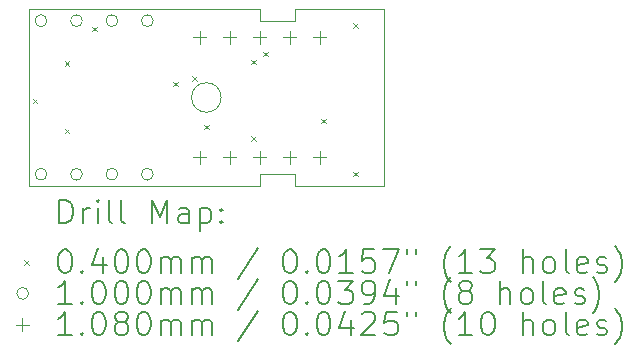
<source format=gbr>
%TF.GenerationSoftware,KiCad,Pcbnew,7.0.9*%
%TF.CreationDate,2024-03-13T00:39:05-05:00*%
%TF.ProjectId,DISPLAY,44495350-4c41-4592-9e6b-696361645f70,rev?*%
%TF.SameCoordinates,Original*%
%TF.FileFunction,Drillmap*%
%TF.FilePolarity,Positive*%
%FSLAX45Y45*%
G04 Gerber Fmt 4.5, Leading zero omitted, Abs format (unit mm)*
G04 Created by KiCad (PCBNEW 7.0.9) date 2024-03-13 00:39:05*
%MOMM*%
%LPD*%
G01*
G04 APERTURE LIST*
%ADD10C,0.100000*%
%ADD11C,0.200000*%
%ADD12C,0.108000*%
G04 APERTURE END LIST*
D10*
X15950000Y-8100000D02*
X16250000Y-8100000D01*
X16250000Y-8000000D01*
X17000000Y-8000000D01*
X17000000Y-9500000D01*
X16250000Y-9500000D01*
X16250000Y-9400000D01*
X15950000Y-9400000D01*
X15950000Y-9500000D01*
X14000000Y-9500000D01*
X14000000Y-8000000D01*
X15950000Y-8000000D01*
X15950000Y-8100000D01*
X15625000Y-8750000D02*
G75*
G03*
X15625000Y-8750000I-125000J0D01*
G01*
D11*
D10*
X14030000Y-8760000D02*
X14070000Y-8800000D01*
X14070000Y-8760000D02*
X14030000Y-8800000D01*
X14300000Y-8445000D02*
X14340000Y-8485000D01*
X14340000Y-8445000D02*
X14300000Y-8485000D01*
X14300000Y-9015000D02*
X14340000Y-9055000D01*
X14340000Y-9015000D02*
X14300000Y-9055000D01*
X14530000Y-8150000D02*
X14570000Y-8190000D01*
X14570000Y-8150000D02*
X14530000Y-8190000D01*
X15220000Y-8616000D02*
X15260000Y-8656000D01*
X15260000Y-8616000D02*
X15220000Y-8656000D01*
X15380000Y-8570000D02*
X15420000Y-8610000D01*
X15420000Y-8570000D02*
X15380000Y-8610000D01*
X15480000Y-8980000D02*
X15520000Y-9020000D01*
X15520000Y-8980000D02*
X15480000Y-9020000D01*
X15880000Y-8430000D02*
X15920000Y-8470000D01*
X15920000Y-8430000D02*
X15880000Y-8470000D01*
X15880000Y-9080000D02*
X15920000Y-9120000D01*
X15920000Y-9080000D02*
X15880000Y-9120000D01*
X15980000Y-8362000D02*
X16020000Y-8402000D01*
X16020000Y-8362000D02*
X15980000Y-8402000D01*
X16470000Y-8930000D02*
X16510000Y-8970000D01*
X16510000Y-8930000D02*
X16470000Y-8970000D01*
X16744000Y-8120000D02*
X16784000Y-8160000D01*
X16784000Y-8120000D02*
X16744000Y-8160000D01*
X16744000Y-9378000D02*
X16784000Y-9418000D01*
X16784000Y-9378000D02*
X16744000Y-9418000D01*
X14150000Y-8100000D02*
G75*
G03*
X14150000Y-8100000I-50000J0D01*
G01*
X14150000Y-9400000D02*
G75*
G03*
X14150000Y-9400000I-50000J0D01*
G01*
X14450000Y-8100000D02*
G75*
G03*
X14450000Y-8100000I-50000J0D01*
G01*
X14450000Y-9400000D02*
G75*
G03*
X14450000Y-9400000I-50000J0D01*
G01*
X14750000Y-8100000D02*
G75*
G03*
X14750000Y-8100000I-50000J0D01*
G01*
X14750000Y-9400000D02*
G75*
G03*
X14750000Y-9400000I-50000J0D01*
G01*
X15050000Y-8100000D02*
G75*
G03*
X15050000Y-8100000I-50000J0D01*
G01*
X15050000Y-9400000D02*
G75*
G03*
X15050000Y-9400000I-50000J0D01*
G01*
D12*
X15442000Y-8188000D02*
X15442000Y-8296000D01*
X15388000Y-8242000D02*
X15496000Y-8242000D01*
X15442000Y-9204000D02*
X15442000Y-9312000D01*
X15388000Y-9258000D02*
X15496000Y-9258000D01*
X15696000Y-8188000D02*
X15696000Y-8296000D01*
X15642000Y-8242000D02*
X15750000Y-8242000D01*
X15696000Y-9204000D02*
X15696000Y-9312000D01*
X15642000Y-9258000D02*
X15750000Y-9258000D01*
X15950000Y-8188000D02*
X15950000Y-8296000D01*
X15896000Y-8242000D02*
X16004000Y-8242000D01*
X15950000Y-9204000D02*
X15950000Y-9312000D01*
X15896000Y-9258000D02*
X16004000Y-9258000D01*
X16204000Y-8188000D02*
X16204000Y-8296000D01*
X16150000Y-8242000D02*
X16258000Y-8242000D01*
X16204000Y-9204000D02*
X16204000Y-9312000D01*
X16150000Y-9258000D02*
X16258000Y-9258000D01*
X16458000Y-8188000D02*
X16458000Y-8296000D01*
X16404000Y-8242000D02*
X16512000Y-8242000D01*
X16458000Y-9204000D02*
X16458000Y-9312000D01*
X16404000Y-9258000D02*
X16512000Y-9258000D01*
D11*
X14255777Y-9816484D02*
X14255777Y-9616484D01*
X14255777Y-9616484D02*
X14303396Y-9616484D01*
X14303396Y-9616484D02*
X14331967Y-9626008D01*
X14331967Y-9626008D02*
X14351015Y-9645055D01*
X14351015Y-9645055D02*
X14360539Y-9664103D01*
X14360539Y-9664103D02*
X14370062Y-9702198D01*
X14370062Y-9702198D02*
X14370062Y-9730770D01*
X14370062Y-9730770D02*
X14360539Y-9768865D01*
X14360539Y-9768865D02*
X14351015Y-9787912D01*
X14351015Y-9787912D02*
X14331967Y-9806960D01*
X14331967Y-9806960D02*
X14303396Y-9816484D01*
X14303396Y-9816484D02*
X14255777Y-9816484D01*
X14455777Y-9816484D02*
X14455777Y-9683150D01*
X14455777Y-9721246D02*
X14465301Y-9702198D01*
X14465301Y-9702198D02*
X14474824Y-9692674D01*
X14474824Y-9692674D02*
X14493872Y-9683150D01*
X14493872Y-9683150D02*
X14512920Y-9683150D01*
X14579586Y-9816484D02*
X14579586Y-9683150D01*
X14579586Y-9616484D02*
X14570062Y-9626008D01*
X14570062Y-9626008D02*
X14579586Y-9635531D01*
X14579586Y-9635531D02*
X14589110Y-9626008D01*
X14589110Y-9626008D02*
X14579586Y-9616484D01*
X14579586Y-9616484D02*
X14579586Y-9635531D01*
X14703396Y-9816484D02*
X14684348Y-9806960D01*
X14684348Y-9806960D02*
X14674824Y-9787912D01*
X14674824Y-9787912D02*
X14674824Y-9616484D01*
X14808158Y-9816484D02*
X14789110Y-9806960D01*
X14789110Y-9806960D02*
X14779586Y-9787912D01*
X14779586Y-9787912D02*
X14779586Y-9616484D01*
X15036729Y-9816484D02*
X15036729Y-9616484D01*
X15036729Y-9616484D02*
X15103396Y-9759341D01*
X15103396Y-9759341D02*
X15170062Y-9616484D01*
X15170062Y-9616484D02*
X15170062Y-9816484D01*
X15351015Y-9816484D02*
X15351015Y-9711722D01*
X15351015Y-9711722D02*
X15341491Y-9692674D01*
X15341491Y-9692674D02*
X15322443Y-9683150D01*
X15322443Y-9683150D02*
X15284348Y-9683150D01*
X15284348Y-9683150D02*
X15265301Y-9692674D01*
X15351015Y-9806960D02*
X15331967Y-9816484D01*
X15331967Y-9816484D02*
X15284348Y-9816484D01*
X15284348Y-9816484D02*
X15265301Y-9806960D01*
X15265301Y-9806960D02*
X15255777Y-9787912D01*
X15255777Y-9787912D02*
X15255777Y-9768865D01*
X15255777Y-9768865D02*
X15265301Y-9749817D01*
X15265301Y-9749817D02*
X15284348Y-9740293D01*
X15284348Y-9740293D02*
X15331967Y-9740293D01*
X15331967Y-9740293D02*
X15351015Y-9730770D01*
X15446253Y-9683150D02*
X15446253Y-9883150D01*
X15446253Y-9692674D02*
X15465301Y-9683150D01*
X15465301Y-9683150D02*
X15503396Y-9683150D01*
X15503396Y-9683150D02*
X15522443Y-9692674D01*
X15522443Y-9692674D02*
X15531967Y-9702198D01*
X15531967Y-9702198D02*
X15541491Y-9721246D01*
X15541491Y-9721246D02*
X15541491Y-9778389D01*
X15541491Y-9778389D02*
X15531967Y-9797436D01*
X15531967Y-9797436D02*
X15522443Y-9806960D01*
X15522443Y-9806960D02*
X15503396Y-9816484D01*
X15503396Y-9816484D02*
X15465301Y-9816484D01*
X15465301Y-9816484D02*
X15446253Y-9806960D01*
X15627205Y-9797436D02*
X15636729Y-9806960D01*
X15636729Y-9806960D02*
X15627205Y-9816484D01*
X15627205Y-9816484D02*
X15617682Y-9806960D01*
X15617682Y-9806960D02*
X15627205Y-9797436D01*
X15627205Y-9797436D02*
X15627205Y-9816484D01*
X15627205Y-9692674D02*
X15636729Y-9702198D01*
X15636729Y-9702198D02*
X15627205Y-9711722D01*
X15627205Y-9711722D02*
X15617682Y-9702198D01*
X15617682Y-9702198D02*
X15627205Y-9692674D01*
X15627205Y-9692674D02*
X15627205Y-9711722D01*
D10*
X13955000Y-10125000D02*
X13995000Y-10165000D01*
X13995000Y-10125000D02*
X13955000Y-10165000D01*
D11*
X14293872Y-10036484D02*
X14312920Y-10036484D01*
X14312920Y-10036484D02*
X14331967Y-10046008D01*
X14331967Y-10046008D02*
X14341491Y-10055531D01*
X14341491Y-10055531D02*
X14351015Y-10074579D01*
X14351015Y-10074579D02*
X14360539Y-10112674D01*
X14360539Y-10112674D02*
X14360539Y-10160293D01*
X14360539Y-10160293D02*
X14351015Y-10198389D01*
X14351015Y-10198389D02*
X14341491Y-10217436D01*
X14341491Y-10217436D02*
X14331967Y-10226960D01*
X14331967Y-10226960D02*
X14312920Y-10236484D01*
X14312920Y-10236484D02*
X14293872Y-10236484D01*
X14293872Y-10236484D02*
X14274824Y-10226960D01*
X14274824Y-10226960D02*
X14265301Y-10217436D01*
X14265301Y-10217436D02*
X14255777Y-10198389D01*
X14255777Y-10198389D02*
X14246253Y-10160293D01*
X14246253Y-10160293D02*
X14246253Y-10112674D01*
X14246253Y-10112674D02*
X14255777Y-10074579D01*
X14255777Y-10074579D02*
X14265301Y-10055531D01*
X14265301Y-10055531D02*
X14274824Y-10046008D01*
X14274824Y-10046008D02*
X14293872Y-10036484D01*
X14446253Y-10217436D02*
X14455777Y-10226960D01*
X14455777Y-10226960D02*
X14446253Y-10236484D01*
X14446253Y-10236484D02*
X14436729Y-10226960D01*
X14436729Y-10226960D02*
X14446253Y-10217436D01*
X14446253Y-10217436D02*
X14446253Y-10236484D01*
X14627205Y-10103150D02*
X14627205Y-10236484D01*
X14579586Y-10026960D02*
X14531967Y-10169817D01*
X14531967Y-10169817D02*
X14655777Y-10169817D01*
X14770062Y-10036484D02*
X14789110Y-10036484D01*
X14789110Y-10036484D02*
X14808158Y-10046008D01*
X14808158Y-10046008D02*
X14817682Y-10055531D01*
X14817682Y-10055531D02*
X14827205Y-10074579D01*
X14827205Y-10074579D02*
X14836729Y-10112674D01*
X14836729Y-10112674D02*
X14836729Y-10160293D01*
X14836729Y-10160293D02*
X14827205Y-10198389D01*
X14827205Y-10198389D02*
X14817682Y-10217436D01*
X14817682Y-10217436D02*
X14808158Y-10226960D01*
X14808158Y-10226960D02*
X14789110Y-10236484D01*
X14789110Y-10236484D02*
X14770062Y-10236484D01*
X14770062Y-10236484D02*
X14751015Y-10226960D01*
X14751015Y-10226960D02*
X14741491Y-10217436D01*
X14741491Y-10217436D02*
X14731967Y-10198389D01*
X14731967Y-10198389D02*
X14722443Y-10160293D01*
X14722443Y-10160293D02*
X14722443Y-10112674D01*
X14722443Y-10112674D02*
X14731967Y-10074579D01*
X14731967Y-10074579D02*
X14741491Y-10055531D01*
X14741491Y-10055531D02*
X14751015Y-10046008D01*
X14751015Y-10046008D02*
X14770062Y-10036484D01*
X14960539Y-10036484D02*
X14979586Y-10036484D01*
X14979586Y-10036484D02*
X14998634Y-10046008D01*
X14998634Y-10046008D02*
X15008158Y-10055531D01*
X15008158Y-10055531D02*
X15017682Y-10074579D01*
X15017682Y-10074579D02*
X15027205Y-10112674D01*
X15027205Y-10112674D02*
X15027205Y-10160293D01*
X15027205Y-10160293D02*
X15017682Y-10198389D01*
X15017682Y-10198389D02*
X15008158Y-10217436D01*
X15008158Y-10217436D02*
X14998634Y-10226960D01*
X14998634Y-10226960D02*
X14979586Y-10236484D01*
X14979586Y-10236484D02*
X14960539Y-10236484D01*
X14960539Y-10236484D02*
X14941491Y-10226960D01*
X14941491Y-10226960D02*
X14931967Y-10217436D01*
X14931967Y-10217436D02*
X14922443Y-10198389D01*
X14922443Y-10198389D02*
X14912920Y-10160293D01*
X14912920Y-10160293D02*
X14912920Y-10112674D01*
X14912920Y-10112674D02*
X14922443Y-10074579D01*
X14922443Y-10074579D02*
X14931967Y-10055531D01*
X14931967Y-10055531D02*
X14941491Y-10046008D01*
X14941491Y-10046008D02*
X14960539Y-10036484D01*
X15112920Y-10236484D02*
X15112920Y-10103150D01*
X15112920Y-10122198D02*
X15122443Y-10112674D01*
X15122443Y-10112674D02*
X15141491Y-10103150D01*
X15141491Y-10103150D02*
X15170063Y-10103150D01*
X15170063Y-10103150D02*
X15189110Y-10112674D01*
X15189110Y-10112674D02*
X15198634Y-10131722D01*
X15198634Y-10131722D02*
X15198634Y-10236484D01*
X15198634Y-10131722D02*
X15208158Y-10112674D01*
X15208158Y-10112674D02*
X15227205Y-10103150D01*
X15227205Y-10103150D02*
X15255777Y-10103150D01*
X15255777Y-10103150D02*
X15274824Y-10112674D01*
X15274824Y-10112674D02*
X15284348Y-10131722D01*
X15284348Y-10131722D02*
X15284348Y-10236484D01*
X15379586Y-10236484D02*
X15379586Y-10103150D01*
X15379586Y-10122198D02*
X15389110Y-10112674D01*
X15389110Y-10112674D02*
X15408158Y-10103150D01*
X15408158Y-10103150D02*
X15436729Y-10103150D01*
X15436729Y-10103150D02*
X15455777Y-10112674D01*
X15455777Y-10112674D02*
X15465301Y-10131722D01*
X15465301Y-10131722D02*
X15465301Y-10236484D01*
X15465301Y-10131722D02*
X15474824Y-10112674D01*
X15474824Y-10112674D02*
X15493872Y-10103150D01*
X15493872Y-10103150D02*
X15522443Y-10103150D01*
X15522443Y-10103150D02*
X15541491Y-10112674D01*
X15541491Y-10112674D02*
X15551015Y-10131722D01*
X15551015Y-10131722D02*
X15551015Y-10236484D01*
X15941491Y-10026960D02*
X15770063Y-10284103D01*
X16198634Y-10036484D02*
X16217682Y-10036484D01*
X16217682Y-10036484D02*
X16236729Y-10046008D01*
X16236729Y-10046008D02*
X16246253Y-10055531D01*
X16246253Y-10055531D02*
X16255777Y-10074579D01*
X16255777Y-10074579D02*
X16265301Y-10112674D01*
X16265301Y-10112674D02*
X16265301Y-10160293D01*
X16265301Y-10160293D02*
X16255777Y-10198389D01*
X16255777Y-10198389D02*
X16246253Y-10217436D01*
X16246253Y-10217436D02*
X16236729Y-10226960D01*
X16236729Y-10226960D02*
X16217682Y-10236484D01*
X16217682Y-10236484D02*
X16198634Y-10236484D01*
X16198634Y-10236484D02*
X16179586Y-10226960D01*
X16179586Y-10226960D02*
X16170063Y-10217436D01*
X16170063Y-10217436D02*
X16160539Y-10198389D01*
X16160539Y-10198389D02*
X16151015Y-10160293D01*
X16151015Y-10160293D02*
X16151015Y-10112674D01*
X16151015Y-10112674D02*
X16160539Y-10074579D01*
X16160539Y-10074579D02*
X16170063Y-10055531D01*
X16170063Y-10055531D02*
X16179586Y-10046008D01*
X16179586Y-10046008D02*
X16198634Y-10036484D01*
X16351015Y-10217436D02*
X16360539Y-10226960D01*
X16360539Y-10226960D02*
X16351015Y-10236484D01*
X16351015Y-10236484D02*
X16341491Y-10226960D01*
X16341491Y-10226960D02*
X16351015Y-10217436D01*
X16351015Y-10217436D02*
X16351015Y-10236484D01*
X16484348Y-10036484D02*
X16503396Y-10036484D01*
X16503396Y-10036484D02*
X16522444Y-10046008D01*
X16522444Y-10046008D02*
X16531967Y-10055531D01*
X16531967Y-10055531D02*
X16541491Y-10074579D01*
X16541491Y-10074579D02*
X16551015Y-10112674D01*
X16551015Y-10112674D02*
X16551015Y-10160293D01*
X16551015Y-10160293D02*
X16541491Y-10198389D01*
X16541491Y-10198389D02*
X16531967Y-10217436D01*
X16531967Y-10217436D02*
X16522444Y-10226960D01*
X16522444Y-10226960D02*
X16503396Y-10236484D01*
X16503396Y-10236484D02*
X16484348Y-10236484D01*
X16484348Y-10236484D02*
X16465301Y-10226960D01*
X16465301Y-10226960D02*
X16455777Y-10217436D01*
X16455777Y-10217436D02*
X16446253Y-10198389D01*
X16446253Y-10198389D02*
X16436729Y-10160293D01*
X16436729Y-10160293D02*
X16436729Y-10112674D01*
X16436729Y-10112674D02*
X16446253Y-10074579D01*
X16446253Y-10074579D02*
X16455777Y-10055531D01*
X16455777Y-10055531D02*
X16465301Y-10046008D01*
X16465301Y-10046008D02*
X16484348Y-10036484D01*
X16741491Y-10236484D02*
X16627206Y-10236484D01*
X16684348Y-10236484D02*
X16684348Y-10036484D01*
X16684348Y-10036484D02*
X16665301Y-10065055D01*
X16665301Y-10065055D02*
X16646253Y-10084103D01*
X16646253Y-10084103D02*
X16627206Y-10093627D01*
X16922444Y-10036484D02*
X16827206Y-10036484D01*
X16827206Y-10036484D02*
X16817682Y-10131722D01*
X16817682Y-10131722D02*
X16827206Y-10122198D01*
X16827206Y-10122198D02*
X16846253Y-10112674D01*
X16846253Y-10112674D02*
X16893872Y-10112674D01*
X16893872Y-10112674D02*
X16912920Y-10122198D01*
X16912920Y-10122198D02*
X16922444Y-10131722D01*
X16922444Y-10131722D02*
X16931968Y-10150770D01*
X16931968Y-10150770D02*
X16931968Y-10198389D01*
X16931968Y-10198389D02*
X16922444Y-10217436D01*
X16922444Y-10217436D02*
X16912920Y-10226960D01*
X16912920Y-10226960D02*
X16893872Y-10236484D01*
X16893872Y-10236484D02*
X16846253Y-10236484D01*
X16846253Y-10236484D02*
X16827206Y-10226960D01*
X16827206Y-10226960D02*
X16817682Y-10217436D01*
X16998634Y-10036484D02*
X17131968Y-10036484D01*
X17131968Y-10036484D02*
X17046253Y-10236484D01*
X17198634Y-10036484D02*
X17198634Y-10074579D01*
X17274825Y-10036484D02*
X17274825Y-10074579D01*
X17570063Y-10312674D02*
X17560539Y-10303150D01*
X17560539Y-10303150D02*
X17541491Y-10274579D01*
X17541491Y-10274579D02*
X17531968Y-10255531D01*
X17531968Y-10255531D02*
X17522444Y-10226960D01*
X17522444Y-10226960D02*
X17512920Y-10179341D01*
X17512920Y-10179341D02*
X17512920Y-10141246D01*
X17512920Y-10141246D02*
X17522444Y-10093627D01*
X17522444Y-10093627D02*
X17531968Y-10065055D01*
X17531968Y-10065055D02*
X17541491Y-10046008D01*
X17541491Y-10046008D02*
X17560539Y-10017436D01*
X17560539Y-10017436D02*
X17570063Y-10007912D01*
X17751015Y-10236484D02*
X17636730Y-10236484D01*
X17693872Y-10236484D02*
X17693872Y-10036484D01*
X17693872Y-10036484D02*
X17674825Y-10065055D01*
X17674825Y-10065055D02*
X17655777Y-10084103D01*
X17655777Y-10084103D02*
X17636730Y-10093627D01*
X17817682Y-10036484D02*
X17941491Y-10036484D01*
X17941491Y-10036484D02*
X17874825Y-10112674D01*
X17874825Y-10112674D02*
X17903396Y-10112674D01*
X17903396Y-10112674D02*
X17922444Y-10122198D01*
X17922444Y-10122198D02*
X17931968Y-10131722D01*
X17931968Y-10131722D02*
X17941491Y-10150770D01*
X17941491Y-10150770D02*
X17941491Y-10198389D01*
X17941491Y-10198389D02*
X17931968Y-10217436D01*
X17931968Y-10217436D02*
X17922444Y-10226960D01*
X17922444Y-10226960D02*
X17903396Y-10236484D01*
X17903396Y-10236484D02*
X17846253Y-10236484D01*
X17846253Y-10236484D02*
X17827206Y-10226960D01*
X17827206Y-10226960D02*
X17817682Y-10217436D01*
X18179587Y-10236484D02*
X18179587Y-10036484D01*
X18265301Y-10236484D02*
X18265301Y-10131722D01*
X18265301Y-10131722D02*
X18255777Y-10112674D01*
X18255777Y-10112674D02*
X18236730Y-10103150D01*
X18236730Y-10103150D02*
X18208158Y-10103150D01*
X18208158Y-10103150D02*
X18189111Y-10112674D01*
X18189111Y-10112674D02*
X18179587Y-10122198D01*
X18389111Y-10236484D02*
X18370063Y-10226960D01*
X18370063Y-10226960D02*
X18360539Y-10217436D01*
X18360539Y-10217436D02*
X18351015Y-10198389D01*
X18351015Y-10198389D02*
X18351015Y-10141246D01*
X18351015Y-10141246D02*
X18360539Y-10122198D01*
X18360539Y-10122198D02*
X18370063Y-10112674D01*
X18370063Y-10112674D02*
X18389111Y-10103150D01*
X18389111Y-10103150D02*
X18417682Y-10103150D01*
X18417682Y-10103150D02*
X18436730Y-10112674D01*
X18436730Y-10112674D02*
X18446253Y-10122198D01*
X18446253Y-10122198D02*
X18455777Y-10141246D01*
X18455777Y-10141246D02*
X18455777Y-10198389D01*
X18455777Y-10198389D02*
X18446253Y-10217436D01*
X18446253Y-10217436D02*
X18436730Y-10226960D01*
X18436730Y-10226960D02*
X18417682Y-10236484D01*
X18417682Y-10236484D02*
X18389111Y-10236484D01*
X18570063Y-10236484D02*
X18551015Y-10226960D01*
X18551015Y-10226960D02*
X18541492Y-10207912D01*
X18541492Y-10207912D02*
X18541492Y-10036484D01*
X18722444Y-10226960D02*
X18703396Y-10236484D01*
X18703396Y-10236484D02*
X18665301Y-10236484D01*
X18665301Y-10236484D02*
X18646253Y-10226960D01*
X18646253Y-10226960D02*
X18636730Y-10207912D01*
X18636730Y-10207912D02*
X18636730Y-10131722D01*
X18636730Y-10131722D02*
X18646253Y-10112674D01*
X18646253Y-10112674D02*
X18665301Y-10103150D01*
X18665301Y-10103150D02*
X18703396Y-10103150D01*
X18703396Y-10103150D02*
X18722444Y-10112674D01*
X18722444Y-10112674D02*
X18731968Y-10131722D01*
X18731968Y-10131722D02*
X18731968Y-10150770D01*
X18731968Y-10150770D02*
X18636730Y-10169817D01*
X18808158Y-10226960D02*
X18827206Y-10236484D01*
X18827206Y-10236484D02*
X18865301Y-10236484D01*
X18865301Y-10236484D02*
X18884349Y-10226960D01*
X18884349Y-10226960D02*
X18893873Y-10207912D01*
X18893873Y-10207912D02*
X18893873Y-10198389D01*
X18893873Y-10198389D02*
X18884349Y-10179341D01*
X18884349Y-10179341D02*
X18865301Y-10169817D01*
X18865301Y-10169817D02*
X18836730Y-10169817D01*
X18836730Y-10169817D02*
X18817682Y-10160293D01*
X18817682Y-10160293D02*
X18808158Y-10141246D01*
X18808158Y-10141246D02*
X18808158Y-10131722D01*
X18808158Y-10131722D02*
X18817682Y-10112674D01*
X18817682Y-10112674D02*
X18836730Y-10103150D01*
X18836730Y-10103150D02*
X18865301Y-10103150D01*
X18865301Y-10103150D02*
X18884349Y-10112674D01*
X18960539Y-10312674D02*
X18970063Y-10303150D01*
X18970063Y-10303150D02*
X18989111Y-10274579D01*
X18989111Y-10274579D02*
X18998634Y-10255531D01*
X18998634Y-10255531D02*
X19008158Y-10226960D01*
X19008158Y-10226960D02*
X19017682Y-10179341D01*
X19017682Y-10179341D02*
X19017682Y-10141246D01*
X19017682Y-10141246D02*
X19008158Y-10093627D01*
X19008158Y-10093627D02*
X18998634Y-10065055D01*
X18998634Y-10065055D02*
X18989111Y-10046008D01*
X18989111Y-10046008D02*
X18970063Y-10017436D01*
X18970063Y-10017436D02*
X18960539Y-10007912D01*
D10*
X13995000Y-10409000D02*
G75*
G03*
X13995000Y-10409000I-50000J0D01*
G01*
D11*
X14360539Y-10500484D02*
X14246253Y-10500484D01*
X14303396Y-10500484D02*
X14303396Y-10300484D01*
X14303396Y-10300484D02*
X14284348Y-10329055D01*
X14284348Y-10329055D02*
X14265301Y-10348103D01*
X14265301Y-10348103D02*
X14246253Y-10357627D01*
X14446253Y-10481436D02*
X14455777Y-10490960D01*
X14455777Y-10490960D02*
X14446253Y-10500484D01*
X14446253Y-10500484D02*
X14436729Y-10490960D01*
X14436729Y-10490960D02*
X14446253Y-10481436D01*
X14446253Y-10481436D02*
X14446253Y-10500484D01*
X14579586Y-10300484D02*
X14598634Y-10300484D01*
X14598634Y-10300484D02*
X14617682Y-10310008D01*
X14617682Y-10310008D02*
X14627205Y-10319531D01*
X14627205Y-10319531D02*
X14636729Y-10338579D01*
X14636729Y-10338579D02*
X14646253Y-10376674D01*
X14646253Y-10376674D02*
X14646253Y-10424293D01*
X14646253Y-10424293D02*
X14636729Y-10462389D01*
X14636729Y-10462389D02*
X14627205Y-10481436D01*
X14627205Y-10481436D02*
X14617682Y-10490960D01*
X14617682Y-10490960D02*
X14598634Y-10500484D01*
X14598634Y-10500484D02*
X14579586Y-10500484D01*
X14579586Y-10500484D02*
X14560539Y-10490960D01*
X14560539Y-10490960D02*
X14551015Y-10481436D01*
X14551015Y-10481436D02*
X14541491Y-10462389D01*
X14541491Y-10462389D02*
X14531967Y-10424293D01*
X14531967Y-10424293D02*
X14531967Y-10376674D01*
X14531967Y-10376674D02*
X14541491Y-10338579D01*
X14541491Y-10338579D02*
X14551015Y-10319531D01*
X14551015Y-10319531D02*
X14560539Y-10310008D01*
X14560539Y-10310008D02*
X14579586Y-10300484D01*
X14770062Y-10300484D02*
X14789110Y-10300484D01*
X14789110Y-10300484D02*
X14808158Y-10310008D01*
X14808158Y-10310008D02*
X14817682Y-10319531D01*
X14817682Y-10319531D02*
X14827205Y-10338579D01*
X14827205Y-10338579D02*
X14836729Y-10376674D01*
X14836729Y-10376674D02*
X14836729Y-10424293D01*
X14836729Y-10424293D02*
X14827205Y-10462389D01*
X14827205Y-10462389D02*
X14817682Y-10481436D01*
X14817682Y-10481436D02*
X14808158Y-10490960D01*
X14808158Y-10490960D02*
X14789110Y-10500484D01*
X14789110Y-10500484D02*
X14770062Y-10500484D01*
X14770062Y-10500484D02*
X14751015Y-10490960D01*
X14751015Y-10490960D02*
X14741491Y-10481436D01*
X14741491Y-10481436D02*
X14731967Y-10462389D01*
X14731967Y-10462389D02*
X14722443Y-10424293D01*
X14722443Y-10424293D02*
X14722443Y-10376674D01*
X14722443Y-10376674D02*
X14731967Y-10338579D01*
X14731967Y-10338579D02*
X14741491Y-10319531D01*
X14741491Y-10319531D02*
X14751015Y-10310008D01*
X14751015Y-10310008D02*
X14770062Y-10300484D01*
X14960539Y-10300484D02*
X14979586Y-10300484D01*
X14979586Y-10300484D02*
X14998634Y-10310008D01*
X14998634Y-10310008D02*
X15008158Y-10319531D01*
X15008158Y-10319531D02*
X15017682Y-10338579D01*
X15017682Y-10338579D02*
X15027205Y-10376674D01*
X15027205Y-10376674D02*
X15027205Y-10424293D01*
X15027205Y-10424293D02*
X15017682Y-10462389D01*
X15017682Y-10462389D02*
X15008158Y-10481436D01*
X15008158Y-10481436D02*
X14998634Y-10490960D01*
X14998634Y-10490960D02*
X14979586Y-10500484D01*
X14979586Y-10500484D02*
X14960539Y-10500484D01*
X14960539Y-10500484D02*
X14941491Y-10490960D01*
X14941491Y-10490960D02*
X14931967Y-10481436D01*
X14931967Y-10481436D02*
X14922443Y-10462389D01*
X14922443Y-10462389D02*
X14912920Y-10424293D01*
X14912920Y-10424293D02*
X14912920Y-10376674D01*
X14912920Y-10376674D02*
X14922443Y-10338579D01*
X14922443Y-10338579D02*
X14931967Y-10319531D01*
X14931967Y-10319531D02*
X14941491Y-10310008D01*
X14941491Y-10310008D02*
X14960539Y-10300484D01*
X15112920Y-10500484D02*
X15112920Y-10367150D01*
X15112920Y-10386198D02*
X15122443Y-10376674D01*
X15122443Y-10376674D02*
X15141491Y-10367150D01*
X15141491Y-10367150D02*
X15170063Y-10367150D01*
X15170063Y-10367150D02*
X15189110Y-10376674D01*
X15189110Y-10376674D02*
X15198634Y-10395722D01*
X15198634Y-10395722D02*
X15198634Y-10500484D01*
X15198634Y-10395722D02*
X15208158Y-10376674D01*
X15208158Y-10376674D02*
X15227205Y-10367150D01*
X15227205Y-10367150D02*
X15255777Y-10367150D01*
X15255777Y-10367150D02*
X15274824Y-10376674D01*
X15274824Y-10376674D02*
X15284348Y-10395722D01*
X15284348Y-10395722D02*
X15284348Y-10500484D01*
X15379586Y-10500484D02*
X15379586Y-10367150D01*
X15379586Y-10386198D02*
X15389110Y-10376674D01*
X15389110Y-10376674D02*
X15408158Y-10367150D01*
X15408158Y-10367150D02*
X15436729Y-10367150D01*
X15436729Y-10367150D02*
X15455777Y-10376674D01*
X15455777Y-10376674D02*
X15465301Y-10395722D01*
X15465301Y-10395722D02*
X15465301Y-10500484D01*
X15465301Y-10395722D02*
X15474824Y-10376674D01*
X15474824Y-10376674D02*
X15493872Y-10367150D01*
X15493872Y-10367150D02*
X15522443Y-10367150D01*
X15522443Y-10367150D02*
X15541491Y-10376674D01*
X15541491Y-10376674D02*
X15551015Y-10395722D01*
X15551015Y-10395722D02*
X15551015Y-10500484D01*
X15941491Y-10290960D02*
X15770063Y-10548103D01*
X16198634Y-10300484D02*
X16217682Y-10300484D01*
X16217682Y-10300484D02*
X16236729Y-10310008D01*
X16236729Y-10310008D02*
X16246253Y-10319531D01*
X16246253Y-10319531D02*
X16255777Y-10338579D01*
X16255777Y-10338579D02*
X16265301Y-10376674D01*
X16265301Y-10376674D02*
X16265301Y-10424293D01*
X16265301Y-10424293D02*
X16255777Y-10462389D01*
X16255777Y-10462389D02*
X16246253Y-10481436D01*
X16246253Y-10481436D02*
X16236729Y-10490960D01*
X16236729Y-10490960D02*
X16217682Y-10500484D01*
X16217682Y-10500484D02*
X16198634Y-10500484D01*
X16198634Y-10500484D02*
X16179586Y-10490960D01*
X16179586Y-10490960D02*
X16170063Y-10481436D01*
X16170063Y-10481436D02*
X16160539Y-10462389D01*
X16160539Y-10462389D02*
X16151015Y-10424293D01*
X16151015Y-10424293D02*
X16151015Y-10376674D01*
X16151015Y-10376674D02*
X16160539Y-10338579D01*
X16160539Y-10338579D02*
X16170063Y-10319531D01*
X16170063Y-10319531D02*
X16179586Y-10310008D01*
X16179586Y-10310008D02*
X16198634Y-10300484D01*
X16351015Y-10481436D02*
X16360539Y-10490960D01*
X16360539Y-10490960D02*
X16351015Y-10500484D01*
X16351015Y-10500484D02*
X16341491Y-10490960D01*
X16341491Y-10490960D02*
X16351015Y-10481436D01*
X16351015Y-10481436D02*
X16351015Y-10500484D01*
X16484348Y-10300484D02*
X16503396Y-10300484D01*
X16503396Y-10300484D02*
X16522444Y-10310008D01*
X16522444Y-10310008D02*
X16531967Y-10319531D01*
X16531967Y-10319531D02*
X16541491Y-10338579D01*
X16541491Y-10338579D02*
X16551015Y-10376674D01*
X16551015Y-10376674D02*
X16551015Y-10424293D01*
X16551015Y-10424293D02*
X16541491Y-10462389D01*
X16541491Y-10462389D02*
X16531967Y-10481436D01*
X16531967Y-10481436D02*
X16522444Y-10490960D01*
X16522444Y-10490960D02*
X16503396Y-10500484D01*
X16503396Y-10500484D02*
X16484348Y-10500484D01*
X16484348Y-10500484D02*
X16465301Y-10490960D01*
X16465301Y-10490960D02*
X16455777Y-10481436D01*
X16455777Y-10481436D02*
X16446253Y-10462389D01*
X16446253Y-10462389D02*
X16436729Y-10424293D01*
X16436729Y-10424293D02*
X16436729Y-10376674D01*
X16436729Y-10376674D02*
X16446253Y-10338579D01*
X16446253Y-10338579D02*
X16455777Y-10319531D01*
X16455777Y-10319531D02*
X16465301Y-10310008D01*
X16465301Y-10310008D02*
X16484348Y-10300484D01*
X16617682Y-10300484D02*
X16741491Y-10300484D01*
X16741491Y-10300484D02*
X16674825Y-10376674D01*
X16674825Y-10376674D02*
X16703396Y-10376674D01*
X16703396Y-10376674D02*
X16722444Y-10386198D01*
X16722444Y-10386198D02*
X16731967Y-10395722D01*
X16731967Y-10395722D02*
X16741491Y-10414770D01*
X16741491Y-10414770D02*
X16741491Y-10462389D01*
X16741491Y-10462389D02*
X16731967Y-10481436D01*
X16731967Y-10481436D02*
X16722444Y-10490960D01*
X16722444Y-10490960D02*
X16703396Y-10500484D01*
X16703396Y-10500484D02*
X16646253Y-10500484D01*
X16646253Y-10500484D02*
X16627206Y-10490960D01*
X16627206Y-10490960D02*
X16617682Y-10481436D01*
X16836729Y-10500484D02*
X16874825Y-10500484D01*
X16874825Y-10500484D02*
X16893872Y-10490960D01*
X16893872Y-10490960D02*
X16903396Y-10481436D01*
X16903396Y-10481436D02*
X16922444Y-10452865D01*
X16922444Y-10452865D02*
X16931968Y-10414770D01*
X16931968Y-10414770D02*
X16931968Y-10338579D01*
X16931968Y-10338579D02*
X16922444Y-10319531D01*
X16922444Y-10319531D02*
X16912920Y-10310008D01*
X16912920Y-10310008D02*
X16893872Y-10300484D01*
X16893872Y-10300484D02*
X16855777Y-10300484D01*
X16855777Y-10300484D02*
X16836729Y-10310008D01*
X16836729Y-10310008D02*
X16827206Y-10319531D01*
X16827206Y-10319531D02*
X16817682Y-10338579D01*
X16817682Y-10338579D02*
X16817682Y-10386198D01*
X16817682Y-10386198D02*
X16827206Y-10405246D01*
X16827206Y-10405246D02*
X16836729Y-10414770D01*
X16836729Y-10414770D02*
X16855777Y-10424293D01*
X16855777Y-10424293D02*
X16893872Y-10424293D01*
X16893872Y-10424293D02*
X16912920Y-10414770D01*
X16912920Y-10414770D02*
X16922444Y-10405246D01*
X16922444Y-10405246D02*
X16931968Y-10386198D01*
X17103396Y-10367150D02*
X17103396Y-10500484D01*
X17055777Y-10290960D02*
X17008158Y-10433817D01*
X17008158Y-10433817D02*
X17131968Y-10433817D01*
X17198634Y-10300484D02*
X17198634Y-10338579D01*
X17274825Y-10300484D02*
X17274825Y-10338579D01*
X17570063Y-10576674D02*
X17560539Y-10567150D01*
X17560539Y-10567150D02*
X17541491Y-10538579D01*
X17541491Y-10538579D02*
X17531968Y-10519531D01*
X17531968Y-10519531D02*
X17522444Y-10490960D01*
X17522444Y-10490960D02*
X17512920Y-10443341D01*
X17512920Y-10443341D02*
X17512920Y-10405246D01*
X17512920Y-10405246D02*
X17522444Y-10357627D01*
X17522444Y-10357627D02*
X17531968Y-10329055D01*
X17531968Y-10329055D02*
X17541491Y-10310008D01*
X17541491Y-10310008D02*
X17560539Y-10281436D01*
X17560539Y-10281436D02*
X17570063Y-10271912D01*
X17674825Y-10386198D02*
X17655777Y-10376674D01*
X17655777Y-10376674D02*
X17646253Y-10367150D01*
X17646253Y-10367150D02*
X17636730Y-10348103D01*
X17636730Y-10348103D02*
X17636730Y-10338579D01*
X17636730Y-10338579D02*
X17646253Y-10319531D01*
X17646253Y-10319531D02*
X17655777Y-10310008D01*
X17655777Y-10310008D02*
X17674825Y-10300484D01*
X17674825Y-10300484D02*
X17712920Y-10300484D01*
X17712920Y-10300484D02*
X17731968Y-10310008D01*
X17731968Y-10310008D02*
X17741491Y-10319531D01*
X17741491Y-10319531D02*
X17751015Y-10338579D01*
X17751015Y-10338579D02*
X17751015Y-10348103D01*
X17751015Y-10348103D02*
X17741491Y-10367150D01*
X17741491Y-10367150D02*
X17731968Y-10376674D01*
X17731968Y-10376674D02*
X17712920Y-10386198D01*
X17712920Y-10386198D02*
X17674825Y-10386198D01*
X17674825Y-10386198D02*
X17655777Y-10395722D01*
X17655777Y-10395722D02*
X17646253Y-10405246D01*
X17646253Y-10405246D02*
X17636730Y-10424293D01*
X17636730Y-10424293D02*
X17636730Y-10462389D01*
X17636730Y-10462389D02*
X17646253Y-10481436D01*
X17646253Y-10481436D02*
X17655777Y-10490960D01*
X17655777Y-10490960D02*
X17674825Y-10500484D01*
X17674825Y-10500484D02*
X17712920Y-10500484D01*
X17712920Y-10500484D02*
X17731968Y-10490960D01*
X17731968Y-10490960D02*
X17741491Y-10481436D01*
X17741491Y-10481436D02*
X17751015Y-10462389D01*
X17751015Y-10462389D02*
X17751015Y-10424293D01*
X17751015Y-10424293D02*
X17741491Y-10405246D01*
X17741491Y-10405246D02*
X17731968Y-10395722D01*
X17731968Y-10395722D02*
X17712920Y-10386198D01*
X17989111Y-10500484D02*
X17989111Y-10300484D01*
X18074825Y-10500484D02*
X18074825Y-10395722D01*
X18074825Y-10395722D02*
X18065301Y-10376674D01*
X18065301Y-10376674D02*
X18046253Y-10367150D01*
X18046253Y-10367150D02*
X18017682Y-10367150D01*
X18017682Y-10367150D02*
X17998634Y-10376674D01*
X17998634Y-10376674D02*
X17989111Y-10386198D01*
X18198634Y-10500484D02*
X18179587Y-10490960D01*
X18179587Y-10490960D02*
X18170063Y-10481436D01*
X18170063Y-10481436D02*
X18160539Y-10462389D01*
X18160539Y-10462389D02*
X18160539Y-10405246D01*
X18160539Y-10405246D02*
X18170063Y-10386198D01*
X18170063Y-10386198D02*
X18179587Y-10376674D01*
X18179587Y-10376674D02*
X18198634Y-10367150D01*
X18198634Y-10367150D02*
X18227206Y-10367150D01*
X18227206Y-10367150D02*
X18246253Y-10376674D01*
X18246253Y-10376674D02*
X18255777Y-10386198D01*
X18255777Y-10386198D02*
X18265301Y-10405246D01*
X18265301Y-10405246D02*
X18265301Y-10462389D01*
X18265301Y-10462389D02*
X18255777Y-10481436D01*
X18255777Y-10481436D02*
X18246253Y-10490960D01*
X18246253Y-10490960D02*
X18227206Y-10500484D01*
X18227206Y-10500484D02*
X18198634Y-10500484D01*
X18379587Y-10500484D02*
X18360539Y-10490960D01*
X18360539Y-10490960D02*
X18351015Y-10471912D01*
X18351015Y-10471912D02*
X18351015Y-10300484D01*
X18531968Y-10490960D02*
X18512920Y-10500484D01*
X18512920Y-10500484D02*
X18474825Y-10500484D01*
X18474825Y-10500484D02*
X18455777Y-10490960D01*
X18455777Y-10490960D02*
X18446253Y-10471912D01*
X18446253Y-10471912D02*
X18446253Y-10395722D01*
X18446253Y-10395722D02*
X18455777Y-10376674D01*
X18455777Y-10376674D02*
X18474825Y-10367150D01*
X18474825Y-10367150D02*
X18512920Y-10367150D01*
X18512920Y-10367150D02*
X18531968Y-10376674D01*
X18531968Y-10376674D02*
X18541492Y-10395722D01*
X18541492Y-10395722D02*
X18541492Y-10414770D01*
X18541492Y-10414770D02*
X18446253Y-10433817D01*
X18617682Y-10490960D02*
X18636730Y-10500484D01*
X18636730Y-10500484D02*
X18674825Y-10500484D01*
X18674825Y-10500484D02*
X18693873Y-10490960D01*
X18693873Y-10490960D02*
X18703396Y-10471912D01*
X18703396Y-10471912D02*
X18703396Y-10462389D01*
X18703396Y-10462389D02*
X18693873Y-10443341D01*
X18693873Y-10443341D02*
X18674825Y-10433817D01*
X18674825Y-10433817D02*
X18646253Y-10433817D01*
X18646253Y-10433817D02*
X18627206Y-10424293D01*
X18627206Y-10424293D02*
X18617682Y-10405246D01*
X18617682Y-10405246D02*
X18617682Y-10395722D01*
X18617682Y-10395722D02*
X18627206Y-10376674D01*
X18627206Y-10376674D02*
X18646253Y-10367150D01*
X18646253Y-10367150D02*
X18674825Y-10367150D01*
X18674825Y-10367150D02*
X18693873Y-10376674D01*
X18770063Y-10576674D02*
X18779587Y-10567150D01*
X18779587Y-10567150D02*
X18798634Y-10538579D01*
X18798634Y-10538579D02*
X18808158Y-10519531D01*
X18808158Y-10519531D02*
X18817682Y-10490960D01*
X18817682Y-10490960D02*
X18827206Y-10443341D01*
X18827206Y-10443341D02*
X18827206Y-10405246D01*
X18827206Y-10405246D02*
X18817682Y-10357627D01*
X18817682Y-10357627D02*
X18808158Y-10329055D01*
X18808158Y-10329055D02*
X18798634Y-10310008D01*
X18798634Y-10310008D02*
X18779587Y-10281436D01*
X18779587Y-10281436D02*
X18770063Y-10271912D01*
D12*
X13941000Y-10619000D02*
X13941000Y-10727000D01*
X13887000Y-10673000D02*
X13995000Y-10673000D01*
D11*
X14360539Y-10764484D02*
X14246253Y-10764484D01*
X14303396Y-10764484D02*
X14303396Y-10564484D01*
X14303396Y-10564484D02*
X14284348Y-10593055D01*
X14284348Y-10593055D02*
X14265301Y-10612103D01*
X14265301Y-10612103D02*
X14246253Y-10621627D01*
X14446253Y-10745436D02*
X14455777Y-10754960D01*
X14455777Y-10754960D02*
X14446253Y-10764484D01*
X14446253Y-10764484D02*
X14436729Y-10754960D01*
X14436729Y-10754960D02*
X14446253Y-10745436D01*
X14446253Y-10745436D02*
X14446253Y-10764484D01*
X14579586Y-10564484D02*
X14598634Y-10564484D01*
X14598634Y-10564484D02*
X14617682Y-10574008D01*
X14617682Y-10574008D02*
X14627205Y-10583531D01*
X14627205Y-10583531D02*
X14636729Y-10602579D01*
X14636729Y-10602579D02*
X14646253Y-10640674D01*
X14646253Y-10640674D02*
X14646253Y-10688293D01*
X14646253Y-10688293D02*
X14636729Y-10726389D01*
X14636729Y-10726389D02*
X14627205Y-10745436D01*
X14627205Y-10745436D02*
X14617682Y-10754960D01*
X14617682Y-10754960D02*
X14598634Y-10764484D01*
X14598634Y-10764484D02*
X14579586Y-10764484D01*
X14579586Y-10764484D02*
X14560539Y-10754960D01*
X14560539Y-10754960D02*
X14551015Y-10745436D01*
X14551015Y-10745436D02*
X14541491Y-10726389D01*
X14541491Y-10726389D02*
X14531967Y-10688293D01*
X14531967Y-10688293D02*
X14531967Y-10640674D01*
X14531967Y-10640674D02*
X14541491Y-10602579D01*
X14541491Y-10602579D02*
X14551015Y-10583531D01*
X14551015Y-10583531D02*
X14560539Y-10574008D01*
X14560539Y-10574008D02*
X14579586Y-10564484D01*
X14760539Y-10650198D02*
X14741491Y-10640674D01*
X14741491Y-10640674D02*
X14731967Y-10631150D01*
X14731967Y-10631150D02*
X14722443Y-10612103D01*
X14722443Y-10612103D02*
X14722443Y-10602579D01*
X14722443Y-10602579D02*
X14731967Y-10583531D01*
X14731967Y-10583531D02*
X14741491Y-10574008D01*
X14741491Y-10574008D02*
X14760539Y-10564484D01*
X14760539Y-10564484D02*
X14798634Y-10564484D01*
X14798634Y-10564484D02*
X14817682Y-10574008D01*
X14817682Y-10574008D02*
X14827205Y-10583531D01*
X14827205Y-10583531D02*
X14836729Y-10602579D01*
X14836729Y-10602579D02*
X14836729Y-10612103D01*
X14836729Y-10612103D02*
X14827205Y-10631150D01*
X14827205Y-10631150D02*
X14817682Y-10640674D01*
X14817682Y-10640674D02*
X14798634Y-10650198D01*
X14798634Y-10650198D02*
X14760539Y-10650198D01*
X14760539Y-10650198D02*
X14741491Y-10659722D01*
X14741491Y-10659722D02*
X14731967Y-10669246D01*
X14731967Y-10669246D02*
X14722443Y-10688293D01*
X14722443Y-10688293D02*
X14722443Y-10726389D01*
X14722443Y-10726389D02*
X14731967Y-10745436D01*
X14731967Y-10745436D02*
X14741491Y-10754960D01*
X14741491Y-10754960D02*
X14760539Y-10764484D01*
X14760539Y-10764484D02*
X14798634Y-10764484D01*
X14798634Y-10764484D02*
X14817682Y-10754960D01*
X14817682Y-10754960D02*
X14827205Y-10745436D01*
X14827205Y-10745436D02*
X14836729Y-10726389D01*
X14836729Y-10726389D02*
X14836729Y-10688293D01*
X14836729Y-10688293D02*
X14827205Y-10669246D01*
X14827205Y-10669246D02*
X14817682Y-10659722D01*
X14817682Y-10659722D02*
X14798634Y-10650198D01*
X14960539Y-10564484D02*
X14979586Y-10564484D01*
X14979586Y-10564484D02*
X14998634Y-10574008D01*
X14998634Y-10574008D02*
X15008158Y-10583531D01*
X15008158Y-10583531D02*
X15017682Y-10602579D01*
X15017682Y-10602579D02*
X15027205Y-10640674D01*
X15027205Y-10640674D02*
X15027205Y-10688293D01*
X15027205Y-10688293D02*
X15017682Y-10726389D01*
X15017682Y-10726389D02*
X15008158Y-10745436D01*
X15008158Y-10745436D02*
X14998634Y-10754960D01*
X14998634Y-10754960D02*
X14979586Y-10764484D01*
X14979586Y-10764484D02*
X14960539Y-10764484D01*
X14960539Y-10764484D02*
X14941491Y-10754960D01*
X14941491Y-10754960D02*
X14931967Y-10745436D01*
X14931967Y-10745436D02*
X14922443Y-10726389D01*
X14922443Y-10726389D02*
X14912920Y-10688293D01*
X14912920Y-10688293D02*
X14912920Y-10640674D01*
X14912920Y-10640674D02*
X14922443Y-10602579D01*
X14922443Y-10602579D02*
X14931967Y-10583531D01*
X14931967Y-10583531D02*
X14941491Y-10574008D01*
X14941491Y-10574008D02*
X14960539Y-10564484D01*
X15112920Y-10764484D02*
X15112920Y-10631150D01*
X15112920Y-10650198D02*
X15122443Y-10640674D01*
X15122443Y-10640674D02*
X15141491Y-10631150D01*
X15141491Y-10631150D02*
X15170063Y-10631150D01*
X15170063Y-10631150D02*
X15189110Y-10640674D01*
X15189110Y-10640674D02*
X15198634Y-10659722D01*
X15198634Y-10659722D02*
X15198634Y-10764484D01*
X15198634Y-10659722D02*
X15208158Y-10640674D01*
X15208158Y-10640674D02*
X15227205Y-10631150D01*
X15227205Y-10631150D02*
X15255777Y-10631150D01*
X15255777Y-10631150D02*
X15274824Y-10640674D01*
X15274824Y-10640674D02*
X15284348Y-10659722D01*
X15284348Y-10659722D02*
X15284348Y-10764484D01*
X15379586Y-10764484D02*
X15379586Y-10631150D01*
X15379586Y-10650198D02*
X15389110Y-10640674D01*
X15389110Y-10640674D02*
X15408158Y-10631150D01*
X15408158Y-10631150D02*
X15436729Y-10631150D01*
X15436729Y-10631150D02*
X15455777Y-10640674D01*
X15455777Y-10640674D02*
X15465301Y-10659722D01*
X15465301Y-10659722D02*
X15465301Y-10764484D01*
X15465301Y-10659722D02*
X15474824Y-10640674D01*
X15474824Y-10640674D02*
X15493872Y-10631150D01*
X15493872Y-10631150D02*
X15522443Y-10631150D01*
X15522443Y-10631150D02*
X15541491Y-10640674D01*
X15541491Y-10640674D02*
X15551015Y-10659722D01*
X15551015Y-10659722D02*
X15551015Y-10764484D01*
X15941491Y-10554960D02*
X15770063Y-10812103D01*
X16198634Y-10564484D02*
X16217682Y-10564484D01*
X16217682Y-10564484D02*
X16236729Y-10574008D01*
X16236729Y-10574008D02*
X16246253Y-10583531D01*
X16246253Y-10583531D02*
X16255777Y-10602579D01*
X16255777Y-10602579D02*
X16265301Y-10640674D01*
X16265301Y-10640674D02*
X16265301Y-10688293D01*
X16265301Y-10688293D02*
X16255777Y-10726389D01*
X16255777Y-10726389D02*
X16246253Y-10745436D01*
X16246253Y-10745436D02*
X16236729Y-10754960D01*
X16236729Y-10754960D02*
X16217682Y-10764484D01*
X16217682Y-10764484D02*
X16198634Y-10764484D01*
X16198634Y-10764484D02*
X16179586Y-10754960D01*
X16179586Y-10754960D02*
X16170063Y-10745436D01*
X16170063Y-10745436D02*
X16160539Y-10726389D01*
X16160539Y-10726389D02*
X16151015Y-10688293D01*
X16151015Y-10688293D02*
X16151015Y-10640674D01*
X16151015Y-10640674D02*
X16160539Y-10602579D01*
X16160539Y-10602579D02*
X16170063Y-10583531D01*
X16170063Y-10583531D02*
X16179586Y-10574008D01*
X16179586Y-10574008D02*
X16198634Y-10564484D01*
X16351015Y-10745436D02*
X16360539Y-10754960D01*
X16360539Y-10754960D02*
X16351015Y-10764484D01*
X16351015Y-10764484D02*
X16341491Y-10754960D01*
X16341491Y-10754960D02*
X16351015Y-10745436D01*
X16351015Y-10745436D02*
X16351015Y-10764484D01*
X16484348Y-10564484D02*
X16503396Y-10564484D01*
X16503396Y-10564484D02*
X16522444Y-10574008D01*
X16522444Y-10574008D02*
X16531967Y-10583531D01*
X16531967Y-10583531D02*
X16541491Y-10602579D01*
X16541491Y-10602579D02*
X16551015Y-10640674D01*
X16551015Y-10640674D02*
X16551015Y-10688293D01*
X16551015Y-10688293D02*
X16541491Y-10726389D01*
X16541491Y-10726389D02*
X16531967Y-10745436D01*
X16531967Y-10745436D02*
X16522444Y-10754960D01*
X16522444Y-10754960D02*
X16503396Y-10764484D01*
X16503396Y-10764484D02*
X16484348Y-10764484D01*
X16484348Y-10764484D02*
X16465301Y-10754960D01*
X16465301Y-10754960D02*
X16455777Y-10745436D01*
X16455777Y-10745436D02*
X16446253Y-10726389D01*
X16446253Y-10726389D02*
X16436729Y-10688293D01*
X16436729Y-10688293D02*
X16436729Y-10640674D01*
X16436729Y-10640674D02*
X16446253Y-10602579D01*
X16446253Y-10602579D02*
X16455777Y-10583531D01*
X16455777Y-10583531D02*
X16465301Y-10574008D01*
X16465301Y-10574008D02*
X16484348Y-10564484D01*
X16722444Y-10631150D02*
X16722444Y-10764484D01*
X16674825Y-10554960D02*
X16627206Y-10697817D01*
X16627206Y-10697817D02*
X16751015Y-10697817D01*
X16817682Y-10583531D02*
X16827206Y-10574008D01*
X16827206Y-10574008D02*
X16846253Y-10564484D01*
X16846253Y-10564484D02*
X16893872Y-10564484D01*
X16893872Y-10564484D02*
X16912920Y-10574008D01*
X16912920Y-10574008D02*
X16922444Y-10583531D01*
X16922444Y-10583531D02*
X16931968Y-10602579D01*
X16931968Y-10602579D02*
X16931968Y-10621627D01*
X16931968Y-10621627D02*
X16922444Y-10650198D01*
X16922444Y-10650198D02*
X16808158Y-10764484D01*
X16808158Y-10764484D02*
X16931968Y-10764484D01*
X17112920Y-10564484D02*
X17017682Y-10564484D01*
X17017682Y-10564484D02*
X17008158Y-10659722D01*
X17008158Y-10659722D02*
X17017682Y-10650198D01*
X17017682Y-10650198D02*
X17036729Y-10640674D01*
X17036729Y-10640674D02*
X17084349Y-10640674D01*
X17084349Y-10640674D02*
X17103396Y-10650198D01*
X17103396Y-10650198D02*
X17112920Y-10659722D01*
X17112920Y-10659722D02*
X17122444Y-10678770D01*
X17122444Y-10678770D02*
X17122444Y-10726389D01*
X17122444Y-10726389D02*
X17112920Y-10745436D01*
X17112920Y-10745436D02*
X17103396Y-10754960D01*
X17103396Y-10754960D02*
X17084349Y-10764484D01*
X17084349Y-10764484D02*
X17036729Y-10764484D01*
X17036729Y-10764484D02*
X17017682Y-10754960D01*
X17017682Y-10754960D02*
X17008158Y-10745436D01*
X17198634Y-10564484D02*
X17198634Y-10602579D01*
X17274825Y-10564484D02*
X17274825Y-10602579D01*
X17570063Y-10840674D02*
X17560539Y-10831150D01*
X17560539Y-10831150D02*
X17541491Y-10802579D01*
X17541491Y-10802579D02*
X17531968Y-10783531D01*
X17531968Y-10783531D02*
X17522444Y-10754960D01*
X17522444Y-10754960D02*
X17512920Y-10707341D01*
X17512920Y-10707341D02*
X17512920Y-10669246D01*
X17512920Y-10669246D02*
X17522444Y-10621627D01*
X17522444Y-10621627D02*
X17531968Y-10593055D01*
X17531968Y-10593055D02*
X17541491Y-10574008D01*
X17541491Y-10574008D02*
X17560539Y-10545436D01*
X17560539Y-10545436D02*
X17570063Y-10535912D01*
X17751015Y-10764484D02*
X17636730Y-10764484D01*
X17693872Y-10764484D02*
X17693872Y-10564484D01*
X17693872Y-10564484D02*
X17674825Y-10593055D01*
X17674825Y-10593055D02*
X17655777Y-10612103D01*
X17655777Y-10612103D02*
X17636730Y-10621627D01*
X17874825Y-10564484D02*
X17893872Y-10564484D01*
X17893872Y-10564484D02*
X17912920Y-10574008D01*
X17912920Y-10574008D02*
X17922444Y-10583531D01*
X17922444Y-10583531D02*
X17931968Y-10602579D01*
X17931968Y-10602579D02*
X17941491Y-10640674D01*
X17941491Y-10640674D02*
X17941491Y-10688293D01*
X17941491Y-10688293D02*
X17931968Y-10726389D01*
X17931968Y-10726389D02*
X17922444Y-10745436D01*
X17922444Y-10745436D02*
X17912920Y-10754960D01*
X17912920Y-10754960D02*
X17893872Y-10764484D01*
X17893872Y-10764484D02*
X17874825Y-10764484D01*
X17874825Y-10764484D02*
X17855777Y-10754960D01*
X17855777Y-10754960D02*
X17846253Y-10745436D01*
X17846253Y-10745436D02*
X17836730Y-10726389D01*
X17836730Y-10726389D02*
X17827206Y-10688293D01*
X17827206Y-10688293D02*
X17827206Y-10640674D01*
X17827206Y-10640674D02*
X17836730Y-10602579D01*
X17836730Y-10602579D02*
X17846253Y-10583531D01*
X17846253Y-10583531D02*
X17855777Y-10574008D01*
X17855777Y-10574008D02*
X17874825Y-10564484D01*
X18179587Y-10764484D02*
X18179587Y-10564484D01*
X18265301Y-10764484D02*
X18265301Y-10659722D01*
X18265301Y-10659722D02*
X18255777Y-10640674D01*
X18255777Y-10640674D02*
X18236730Y-10631150D01*
X18236730Y-10631150D02*
X18208158Y-10631150D01*
X18208158Y-10631150D02*
X18189111Y-10640674D01*
X18189111Y-10640674D02*
X18179587Y-10650198D01*
X18389111Y-10764484D02*
X18370063Y-10754960D01*
X18370063Y-10754960D02*
X18360539Y-10745436D01*
X18360539Y-10745436D02*
X18351015Y-10726389D01*
X18351015Y-10726389D02*
X18351015Y-10669246D01*
X18351015Y-10669246D02*
X18360539Y-10650198D01*
X18360539Y-10650198D02*
X18370063Y-10640674D01*
X18370063Y-10640674D02*
X18389111Y-10631150D01*
X18389111Y-10631150D02*
X18417682Y-10631150D01*
X18417682Y-10631150D02*
X18436730Y-10640674D01*
X18436730Y-10640674D02*
X18446253Y-10650198D01*
X18446253Y-10650198D02*
X18455777Y-10669246D01*
X18455777Y-10669246D02*
X18455777Y-10726389D01*
X18455777Y-10726389D02*
X18446253Y-10745436D01*
X18446253Y-10745436D02*
X18436730Y-10754960D01*
X18436730Y-10754960D02*
X18417682Y-10764484D01*
X18417682Y-10764484D02*
X18389111Y-10764484D01*
X18570063Y-10764484D02*
X18551015Y-10754960D01*
X18551015Y-10754960D02*
X18541492Y-10735912D01*
X18541492Y-10735912D02*
X18541492Y-10564484D01*
X18722444Y-10754960D02*
X18703396Y-10764484D01*
X18703396Y-10764484D02*
X18665301Y-10764484D01*
X18665301Y-10764484D02*
X18646253Y-10754960D01*
X18646253Y-10754960D02*
X18636730Y-10735912D01*
X18636730Y-10735912D02*
X18636730Y-10659722D01*
X18636730Y-10659722D02*
X18646253Y-10640674D01*
X18646253Y-10640674D02*
X18665301Y-10631150D01*
X18665301Y-10631150D02*
X18703396Y-10631150D01*
X18703396Y-10631150D02*
X18722444Y-10640674D01*
X18722444Y-10640674D02*
X18731968Y-10659722D01*
X18731968Y-10659722D02*
X18731968Y-10678770D01*
X18731968Y-10678770D02*
X18636730Y-10697817D01*
X18808158Y-10754960D02*
X18827206Y-10764484D01*
X18827206Y-10764484D02*
X18865301Y-10764484D01*
X18865301Y-10764484D02*
X18884349Y-10754960D01*
X18884349Y-10754960D02*
X18893873Y-10735912D01*
X18893873Y-10735912D02*
X18893873Y-10726389D01*
X18893873Y-10726389D02*
X18884349Y-10707341D01*
X18884349Y-10707341D02*
X18865301Y-10697817D01*
X18865301Y-10697817D02*
X18836730Y-10697817D01*
X18836730Y-10697817D02*
X18817682Y-10688293D01*
X18817682Y-10688293D02*
X18808158Y-10669246D01*
X18808158Y-10669246D02*
X18808158Y-10659722D01*
X18808158Y-10659722D02*
X18817682Y-10640674D01*
X18817682Y-10640674D02*
X18836730Y-10631150D01*
X18836730Y-10631150D02*
X18865301Y-10631150D01*
X18865301Y-10631150D02*
X18884349Y-10640674D01*
X18960539Y-10840674D02*
X18970063Y-10831150D01*
X18970063Y-10831150D02*
X18989111Y-10802579D01*
X18989111Y-10802579D02*
X18998634Y-10783531D01*
X18998634Y-10783531D02*
X19008158Y-10754960D01*
X19008158Y-10754960D02*
X19017682Y-10707341D01*
X19017682Y-10707341D02*
X19017682Y-10669246D01*
X19017682Y-10669246D02*
X19008158Y-10621627D01*
X19008158Y-10621627D02*
X18998634Y-10593055D01*
X18998634Y-10593055D02*
X18989111Y-10574008D01*
X18989111Y-10574008D02*
X18970063Y-10545436D01*
X18970063Y-10545436D02*
X18960539Y-10535912D01*
M02*

</source>
